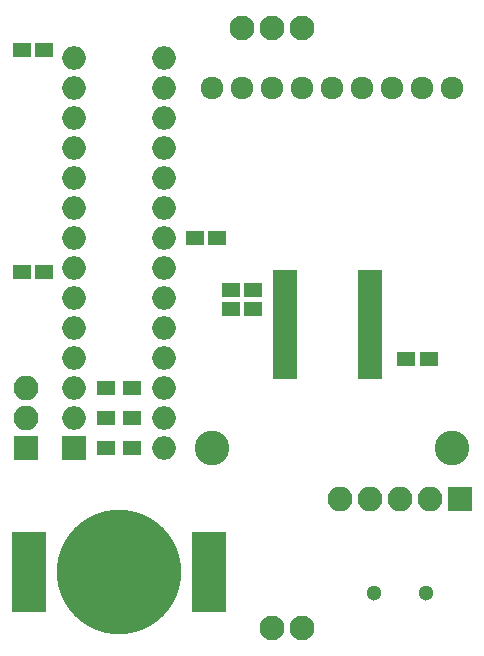
<source format=gbr>
G04 #@! TF.GenerationSoftware,KiCad,Pcbnew,(5.0.0)*
G04 #@! TF.CreationDate,2018-10-04T20:09:54-05:00*
G04 #@! TF.ProjectId,ClockBoard,436C6F636B426F6172642E6B69636164,rev?*
G04 #@! TF.SameCoordinates,Original*
G04 #@! TF.FileFunction,Soldermask,Top*
G04 #@! TF.FilePolarity,Negative*
%FSLAX46Y46*%
G04 Gerber Fmt 4.6, Leading zero omitted, Abs format (unit mm)*
G04 Created by KiCad (PCBNEW (5.0.0)) date 10/04/18 20:09:54*
%MOMM*%
%LPD*%
G01*
G04 APERTURE LIST*
%ADD10C,1.924000*%
%ADD11C,2.940000*%
%ADD12R,1.600000X1.150000*%
%ADD13R,2.100000X2.100000*%
%ADD14O,2.100000X2.100000*%
%ADD15R,1.600000X1.300000*%
%ADD16R,2.000000X2.000000*%
%ADD17O,2.000000X2.000000*%
%ADD18R,2.150000X0.850000*%
%ADD19C,1.300000*%
%ADD20R,2.940000X6.750000*%
%ADD21C,10.560000*%
%ADD22C,2.100000*%
G04 APERTURE END LIST*
D10*
G04 #@! TO.C,U2*
X142240000Y-78740000D03*
X144780000Y-78740000D03*
X147320000Y-78740000D03*
X149860000Y-78740000D03*
X152400000Y-78740000D03*
X154940000Y-78740000D03*
X157480000Y-78740000D03*
X160020000Y-78740000D03*
X162560000Y-78740000D03*
D11*
X162560000Y-109220000D03*
X142240000Y-109220000D03*
G04 #@! TD*
D12*
G04 #@! TO.C,C2*
X140792200Y-91414600D03*
X142692200Y-91414600D03*
G04 #@! TD*
G04 #@! TO.C,C3*
X126136400Y-94310200D03*
X128036400Y-94310200D03*
G04 #@! TD*
G04 #@! TO.C,C4*
X126136400Y-75514200D03*
X128036400Y-75514200D03*
G04 #@! TD*
G04 #@! TO.C,C5*
X145719800Y-95842308D03*
X143819800Y-95842308D03*
G04 #@! TD*
G04 #@! TO.C,C6*
X145719800Y-97485200D03*
X143819800Y-97485200D03*
G04 #@! TD*
G04 #@! TO.C,C7*
X160599200Y-101696750D03*
X158699200Y-101696750D03*
G04 #@! TD*
D13*
G04 #@! TO.C,J1*
X126517400Y-109194600D03*
D14*
X126517400Y-106654600D03*
X126517400Y-104114600D03*
G04 #@! TD*
D15*
G04 #@! TO.C,R1*
X135466000Y-109194600D03*
X133266000Y-109194600D03*
G04 #@! TD*
G04 #@! TO.C,R2*
X135466000Y-106654600D03*
X133266000Y-106654600D03*
G04 #@! TD*
G04 #@! TO.C,R3*
X135466000Y-104114600D03*
X133266000Y-104114600D03*
G04 #@! TD*
D16*
G04 #@! TO.C,U1*
X130530600Y-109194600D03*
D17*
X138150600Y-76174600D03*
X130530600Y-106654600D03*
X138150600Y-78714600D03*
X130530600Y-104114600D03*
X138150600Y-81254600D03*
X130530600Y-101574600D03*
X138150600Y-83794600D03*
X130530600Y-99034600D03*
X138150600Y-86334600D03*
X130530600Y-96494600D03*
X138150600Y-88874600D03*
X130530600Y-93954600D03*
X138150600Y-91414600D03*
X130530600Y-91414600D03*
X138150600Y-93954600D03*
X130530600Y-88874600D03*
X138150600Y-96494600D03*
X130530600Y-86334600D03*
X138150600Y-99034600D03*
X130530600Y-83794600D03*
X138150600Y-101574600D03*
X130530600Y-81254600D03*
X138150600Y-104114600D03*
X130530600Y-78714600D03*
X138150600Y-106654600D03*
X130530600Y-76174600D03*
X138150600Y-109194600D03*
G04 #@! TD*
D18*
G04 #@! TO.C,U3*
X155651200Y-102992150D03*
X155651200Y-102342150D03*
X155651200Y-101692150D03*
X155651200Y-101042150D03*
X155651200Y-100392150D03*
X155651200Y-99742150D03*
X155651200Y-99092150D03*
X155651200Y-98442150D03*
X155651200Y-97792150D03*
X155651200Y-97142150D03*
X155651200Y-96492150D03*
X155651200Y-95842150D03*
X155651200Y-95192150D03*
X155651200Y-94542150D03*
X148451200Y-94542150D03*
X148451200Y-95192150D03*
X148451200Y-95842150D03*
X148451200Y-96492150D03*
X148451200Y-97142150D03*
X148451200Y-97792150D03*
X148451200Y-98442150D03*
X148451200Y-99092150D03*
X148451200Y-99742150D03*
X148451200Y-100392150D03*
X148451200Y-101042150D03*
X148451200Y-101692150D03*
X148451200Y-102342150D03*
X148451200Y-102992150D03*
G04 #@! TD*
D13*
G04 #@! TO.C,J4*
X163253802Y-113538000D03*
D14*
X160713802Y-113538000D03*
X158173802Y-113538000D03*
X155633802Y-113538000D03*
X153093802Y-113538000D03*
G04 #@! TD*
D19*
G04 #@! TO.C,J3*
X160390360Y-121514100D03*
X155990360Y-121514100D03*
G04 #@! TD*
D20*
G04 #@! TO.C,BT1*
X126746000Y-119735600D03*
X141986000Y-119735600D03*
D21*
X134366000Y-119735600D03*
G04 #@! TD*
D22*
G04 #@! TO.C,J2*
X147320000Y-73660000D03*
X149860000Y-73660000D03*
X144780000Y-73660000D03*
X147320000Y-124460000D03*
X149860000Y-124460000D03*
G04 #@! TD*
M02*

</source>
